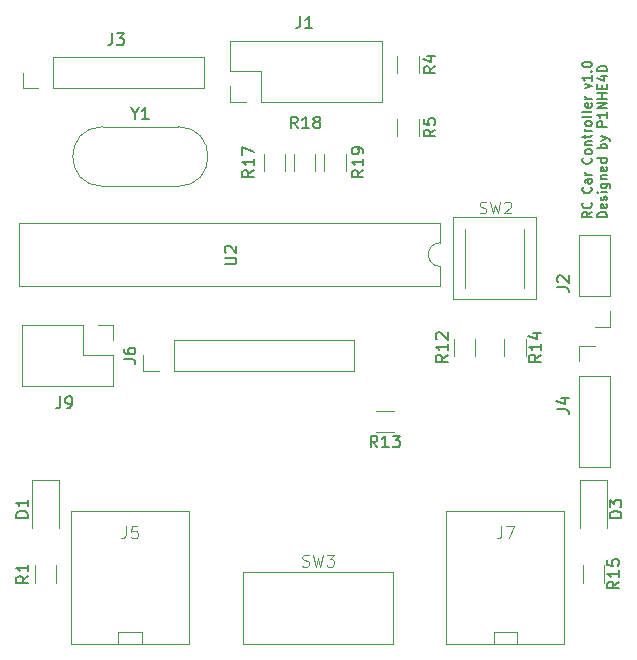
<source format=gbr>
%TF.GenerationSoftware,KiCad,Pcbnew,(7.0.0-0)*%
%TF.CreationDate,2023-06-23T15:16:10+02:00*%
%TF.ProjectId,RCcar,52436361-722e-46b6-9963-61645f706362,rev?*%
%TF.SameCoordinates,Original*%
%TF.FileFunction,Legend,Top*%
%TF.FilePolarity,Positive*%
%FSLAX46Y46*%
G04 Gerber Fmt 4.6, Leading zero omitted, Abs format (unit mm)*
G04 Created by KiCad (PCBNEW (7.0.0-0)) date 2023-06-23 15:16:10*
%MOMM*%
%LPD*%
G01*
G04 APERTURE LIST*
%ADD10C,0.160000*%
%ADD11C,0.150000*%
%ADD12C,0.100000*%
%ADD13C,0.120000*%
G04 APERTURE END LIST*
D10*
X79445904Y-62602380D02*
X79064952Y-62869047D01*
X79445904Y-63059523D02*
X78645904Y-63059523D01*
X78645904Y-63059523D02*
X78645904Y-62754761D01*
X78645904Y-62754761D02*
X78684000Y-62678571D01*
X78684000Y-62678571D02*
X78722095Y-62640476D01*
X78722095Y-62640476D02*
X78798285Y-62602380D01*
X78798285Y-62602380D02*
X78912571Y-62602380D01*
X78912571Y-62602380D02*
X78988761Y-62640476D01*
X78988761Y-62640476D02*
X79026857Y-62678571D01*
X79026857Y-62678571D02*
X79064952Y-62754761D01*
X79064952Y-62754761D02*
X79064952Y-63059523D01*
X79369714Y-61802380D02*
X79407809Y-61840476D01*
X79407809Y-61840476D02*
X79445904Y-61954761D01*
X79445904Y-61954761D02*
X79445904Y-62030952D01*
X79445904Y-62030952D02*
X79407809Y-62145238D01*
X79407809Y-62145238D02*
X79331619Y-62221428D01*
X79331619Y-62221428D02*
X79255428Y-62259523D01*
X79255428Y-62259523D02*
X79103047Y-62297619D01*
X79103047Y-62297619D02*
X78988761Y-62297619D01*
X78988761Y-62297619D02*
X78836380Y-62259523D01*
X78836380Y-62259523D02*
X78760190Y-62221428D01*
X78760190Y-62221428D02*
X78684000Y-62145238D01*
X78684000Y-62145238D02*
X78645904Y-62030952D01*
X78645904Y-62030952D02*
X78645904Y-61954761D01*
X78645904Y-61954761D02*
X78684000Y-61840476D01*
X78684000Y-61840476D02*
X78722095Y-61802380D01*
X79369714Y-60522380D02*
X79407809Y-60560476D01*
X79407809Y-60560476D02*
X79445904Y-60674761D01*
X79445904Y-60674761D02*
X79445904Y-60750952D01*
X79445904Y-60750952D02*
X79407809Y-60865238D01*
X79407809Y-60865238D02*
X79331619Y-60941428D01*
X79331619Y-60941428D02*
X79255428Y-60979523D01*
X79255428Y-60979523D02*
X79103047Y-61017619D01*
X79103047Y-61017619D02*
X78988761Y-61017619D01*
X78988761Y-61017619D02*
X78836380Y-60979523D01*
X78836380Y-60979523D02*
X78760190Y-60941428D01*
X78760190Y-60941428D02*
X78684000Y-60865238D01*
X78684000Y-60865238D02*
X78645904Y-60750952D01*
X78645904Y-60750952D02*
X78645904Y-60674761D01*
X78645904Y-60674761D02*
X78684000Y-60560476D01*
X78684000Y-60560476D02*
X78722095Y-60522380D01*
X79445904Y-59836666D02*
X79026857Y-59836666D01*
X79026857Y-59836666D02*
X78950666Y-59874761D01*
X78950666Y-59874761D02*
X78912571Y-59950952D01*
X78912571Y-59950952D02*
X78912571Y-60103333D01*
X78912571Y-60103333D02*
X78950666Y-60179523D01*
X79407809Y-59836666D02*
X79445904Y-59912857D01*
X79445904Y-59912857D02*
X79445904Y-60103333D01*
X79445904Y-60103333D02*
X79407809Y-60179523D01*
X79407809Y-60179523D02*
X79331619Y-60217619D01*
X79331619Y-60217619D02*
X79255428Y-60217619D01*
X79255428Y-60217619D02*
X79179238Y-60179523D01*
X79179238Y-60179523D02*
X79141142Y-60103333D01*
X79141142Y-60103333D02*
X79141142Y-59912857D01*
X79141142Y-59912857D02*
X79103047Y-59836666D01*
X79445904Y-59455713D02*
X78912571Y-59455713D01*
X79064952Y-59455713D02*
X78988761Y-59417618D01*
X78988761Y-59417618D02*
X78950666Y-59379523D01*
X78950666Y-59379523D02*
X78912571Y-59303332D01*
X78912571Y-59303332D02*
X78912571Y-59227142D01*
X79369714Y-58023332D02*
X79407809Y-58061428D01*
X79407809Y-58061428D02*
X79445904Y-58175713D01*
X79445904Y-58175713D02*
X79445904Y-58251904D01*
X79445904Y-58251904D02*
X79407809Y-58366190D01*
X79407809Y-58366190D02*
X79331619Y-58442380D01*
X79331619Y-58442380D02*
X79255428Y-58480475D01*
X79255428Y-58480475D02*
X79103047Y-58518571D01*
X79103047Y-58518571D02*
X78988761Y-58518571D01*
X78988761Y-58518571D02*
X78836380Y-58480475D01*
X78836380Y-58480475D02*
X78760190Y-58442380D01*
X78760190Y-58442380D02*
X78684000Y-58366190D01*
X78684000Y-58366190D02*
X78645904Y-58251904D01*
X78645904Y-58251904D02*
X78645904Y-58175713D01*
X78645904Y-58175713D02*
X78684000Y-58061428D01*
X78684000Y-58061428D02*
X78722095Y-58023332D01*
X79445904Y-57566190D02*
X79407809Y-57642380D01*
X79407809Y-57642380D02*
X79369714Y-57680475D01*
X79369714Y-57680475D02*
X79293523Y-57718571D01*
X79293523Y-57718571D02*
X79064952Y-57718571D01*
X79064952Y-57718571D02*
X78988761Y-57680475D01*
X78988761Y-57680475D02*
X78950666Y-57642380D01*
X78950666Y-57642380D02*
X78912571Y-57566190D01*
X78912571Y-57566190D02*
X78912571Y-57451904D01*
X78912571Y-57451904D02*
X78950666Y-57375713D01*
X78950666Y-57375713D02*
X78988761Y-57337618D01*
X78988761Y-57337618D02*
X79064952Y-57299523D01*
X79064952Y-57299523D02*
X79293523Y-57299523D01*
X79293523Y-57299523D02*
X79369714Y-57337618D01*
X79369714Y-57337618D02*
X79407809Y-57375713D01*
X79407809Y-57375713D02*
X79445904Y-57451904D01*
X79445904Y-57451904D02*
X79445904Y-57566190D01*
X78912571Y-56956665D02*
X79445904Y-56956665D01*
X78988761Y-56956665D02*
X78950666Y-56918570D01*
X78950666Y-56918570D02*
X78912571Y-56842380D01*
X78912571Y-56842380D02*
X78912571Y-56728094D01*
X78912571Y-56728094D02*
X78950666Y-56651903D01*
X78950666Y-56651903D02*
X79026857Y-56613808D01*
X79026857Y-56613808D02*
X79445904Y-56613808D01*
X78912571Y-56347141D02*
X78912571Y-56042379D01*
X78645904Y-56232855D02*
X79331619Y-56232855D01*
X79331619Y-56232855D02*
X79407809Y-56194760D01*
X79407809Y-56194760D02*
X79445904Y-56118570D01*
X79445904Y-56118570D02*
X79445904Y-56042379D01*
X79445904Y-55775712D02*
X78912571Y-55775712D01*
X79064952Y-55775712D02*
X78988761Y-55737617D01*
X78988761Y-55737617D02*
X78950666Y-55699522D01*
X78950666Y-55699522D02*
X78912571Y-55623331D01*
X78912571Y-55623331D02*
X78912571Y-55547141D01*
X79445904Y-55166189D02*
X79407809Y-55242379D01*
X79407809Y-55242379D02*
X79369714Y-55280474D01*
X79369714Y-55280474D02*
X79293523Y-55318570D01*
X79293523Y-55318570D02*
X79064952Y-55318570D01*
X79064952Y-55318570D02*
X78988761Y-55280474D01*
X78988761Y-55280474D02*
X78950666Y-55242379D01*
X78950666Y-55242379D02*
X78912571Y-55166189D01*
X78912571Y-55166189D02*
X78912571Y-55051903D01*
X78912571Y-55051903D02*
X78950666Y-54975712D01*
X78950666Y-54975712D02*
X78988761Y-54937617D01*
X78988761Y-54937617D02*
X79064952Y-54899522D01*
X79064952Y-54899522D02*
X79293523Y-54899522D01*
X79293523Y-54899522D02*
X79369714Y-54937617D01*
X79369714Y-54937617D02*
X79407809Y-54975712D01*
X79407809Y-54975712D02*
X79445904Y-55051903D01*
X79445904Y-55051903D02*
X79445904Y-55166189D01*
X79445904Y-54442379D02*
X79407809Y-54518569D01*
X79407809Y-54518569D02*
X79331619Y-54556664D01*
X79331619Y-54556664D02*
X78645904Y-54556664D01*
X79445904Y-54023331D02*
X79407809Y-54099521D01*
X79407809Y-54099521D02*
X79331619Y-54137616D01*
X79331619Y-54137616D02*
X78645904Y-54137616D01*
X79407809Y-53413806D02*
X79445904Y-53489997D01*
X79445904Y-53489997D02*
X79445904Y-53642378D01*
X79445904Y-53642378D02*
X79407809Y-53718568D01*
X79407809Y-53718568D02*
X79331619Y-53756664D01*
X79331619Y-53756664D02*
X79026857Y-53756664D01*
X79026857Y-53756664D02*
X78950666Y-53718568D01*
X78950666Y-53718568D02*
X78912571Y-53642378D01*
X78912571Y-53642378D02*
X78912571Y-53489997D01*
X78912571Y-53489997D02*
X78950666Y-53413806D01*
X78950666Y-53413806D02*
X79026857Y-53375711D01*
X79026857Y-53375711D02*
X79103047Y-53375711D01*
X79103047Y-53375711D02*
X79179238Y-53756664D01*
X79445904Y-53032854D02*
X78912571Y-53032854D01*
X79064952Y-53032854D02*
X78988761Y-52994759D01*
X78988761Y-52994759D02*
X78950666Y-52956664D01*
X78950666Y-52956664D02*
X78912571Y-52880473D01*
X78912571Y-52880473D02*
X78912571Y-52804283D01*
X78912571Y-52133807D02*
X79445904Y-51943331D01*
X79445904Y-51943331D02*
X78912571Y-51752854D01*
X79445904Y-51029045D02*
X79445904Y-51486188D01*
X79445904Y-51257616D02*
X78645904Y-51257616D01*
X78645904Y-51257616D02*
X78760190Y-51333807D01*
X78760190Y-51333807D02*
X78836380Y-51409997D01*
X78836380Y-51409997D02*
X78874476Y-51486188D01*
X79369714Y-50686187D02*
X79407809Y-50648092D01*
X79407809Y-50648092D02*
X79445904Y-50686187D01*
X79445904Y-50686187D02*
X79407809Y-50724283D01*
X79407809Y-50724283D02*
X79369714Y-50686187D01*
X79369714Y-50686187D02*
X79445904Y-50686187D01*
X78645904Y-50152854D02*
X78645904Y-50076664D01*
X78645904Y-50076664D02*
X78684000Y-50000473D01*
X78684000Y-50000473D02*
X78722095Y-49962378D01*
X78722095Y-49962378D02*
X78798285Y-49924283D01*
X78798285Y-49924283D02*
X78950666Y-49886188D01*
X78950666Y-49886188D02*
X79141142Y-49886188D01*
X79141142Y-49886188D02*
X79293523Y-49924283D01*
X79293523Y-49924283D02*
X79369714Y-49962378D01*
X79369714Y-49962378D02*
X79407809Y-50000473D01*
X79407809Y-50000473D02*
X79445904Y-50076664D01*
X79445904Y-50076664D02*
X79445904Y-50152854D01*
X79445904Y-50152854D02*
X79407809Y-50229045D01*
X79407809Y-50229045D02*
X79369714Y-50267140D01*
X79369714Y-50267140D02*
X79293523Y-50305235D01*
X79293523Y-50305235D02*
X79141142Y-50343331D01*
X79141142Y-50343331D02*
X78950666Y-50343331D01*
X78950666Y-50343331D02*
X78798285Y-50305235D01*
X78798285Y-50305235D02*
X78722095Y-50267140D01*
X78722095Y-50267140D02*
X78684000Y-50229045D01*
X78684000Y-50229045D02*
X78645904Y-50152854D01*
X80741904Y-63059523D02*
X79941904Y-63059523D01*
X79941904Y-63059523D02*
X79941904Y-62869047D01*
X79941904Y-62869047D02*
X79980000Y-62754761D01*
X79980000Y-62754761D02*
X80056190Y-62678571D01*
X80056190Y-62678571D02*
X80132380Y-62640476D01*
X80132380Y-62640476D02*
X80284761Y-62602380D01*
X80284761Y-62602380D02*
X80399047Y-62602380D01*
X80399047Y-62602380D02*
X80551428Y-62640476D01*
X80551428Y-62640476D02*
X80627619Y-62678571D01*
X80627619Y-62678571D02*
X80703809Y-62754761D01*
X80703809Y-62754761D02*
X80741904Y-62869047D01*
X80741904Y-62869047D02*
X80741904Y-63059523D01*
X80703809Y-61954761D02*
X80741904Y-62030952D01*
X80741904Y-62030952D02*
X80741904Y-62183333D01*
X80741904Y-62183333D02*
X80703809Y-62259523D01*
X80703809Y-62259523D02*
X80627619Y-62297619D01*
X80627619Y-62297619D02*
X80322857Y-62297619D01*
X80322857Y-62297619D02*
X80246666Y-62259523D01*
X80246666Y-62259523D02*
X80208571Y-62183333D01*
X80208571Y-62183333D02*
X80208571Y-62030952D01*
X80208571Y-62030952D02*
X80246666Y-61954761D01*
X80246666Y-61954761D02*
X80322857Y-61916666D01*
X80322857Y-61916666D02*
X80399047Y-61916666D01*
X80399047Y-61916666D02*
X80475238Y-62297619D01*
X80703809Y-61611905D02*
X80741904Y-61535714D01*
X80741904Y-61535714D02*
X80741904Y-61383333D01*
X80741904Y-61383333D02*
X80703809Y-61307143D01*
X80703809Y-61307143D02*
X80627619Y-61269047D01*
X80627619Y-61269047D02*
X80589523Y-61269047D01*
X80589523Y-61269047D02*
X80513333Y-61307143D01*
X80513333Y-61307143D02*
X80475238Y-61383333D01*
X80475238Y-61383333D02*
X80475238Y-61497619D01*
X80475238Y-61497619D02*
X80437142Y-61573809D01*
X80437142Y-61573809D02*
X80360952Y-61611905D01*
X80360952Y-61611905D02*
X80322857Y-61611905D01*
X80322857Y-61611905D02*
X80246666Y-61573809D01*
X80246666Y-61573809D02*
X80208571Y-61497619D01*
X80208571Y-61497619D02*
X80208571Y-61383333D01*
X80208571Y-61383333D02*
X80246666Y-61307143D01*
X80741904Y-60926190D02*
X80208571Y-60926190D01*
X79941904Y-60926190D02*
X79980000Y-60964286D01*
X79980000Y-60964286D02*
X80018095Y-60926190D01*
X80018095Y-60926190D02*
X79980000Y-60888095D01*
X79980000Y-60888095D02*
X79941904Y-60926190D01*
X79941904Y-60926190D02*
X80018095Y-60926190D01*
X80208571Y-60202381D02*
X80856190Y-60202381D01*
X80856190Y-60202381D02*
X80932380Y-60240476D01*
X80932380Y-60240476D02*
X80970476Y-60278572D01*
X80970476Y-60278572D02*
X81008571Y-60354762D01*
X81008571Y-60354762D02*
X81008571Y-60469048D01*
X81008571Y-60469048D02*
X80970476Y-60545238D01*
X80703809Y-60202381D02*
X80741904Y-60278572D01*
X80741904Y-60278572D02*
X80741904Y-60430953D01*
X80741904Y-60430953D02*
X80703809Y-60507143D01*
X80703809Y-60507143D02*
X80665714Y-60545238D01*
X80665714Y-60545238D02*
X80589523Y-60583334D01*
X80589523Y-60583334D02*
X80360952Y-60583334D01*
X80360952Y-60583334D02*
X80284761Y-60545238D01*
X80284761Y-60545238D02*
X80246666Y-60507143D01*
X80246666Y-60507143D02*
X80208571Y-60430953D01*
X80208571Y-60430953D02*
X80208571Y-60278572D01*
X80208571Y-60278572D02*
X80246666Y-60202381D01*
X80208571Y-59821428D02*
X80741904Y-59821428D01*
X80284761Y-59821428D02*
X80246666Y-59783333D01*
X80246666Y-59783333D02*
X80208571Y-59707143D01*
X80208571Y-59707143D02*
X80208571Y-59592857D01*
X80208571Y-59592857D02*
X80246666Y-59516666D01*
X80246666Y-59516666D02*
X80322857Y-59478571D01*
X80322857Y-59478571D02*
X80741904Y-59478571D01*
X80703809Y-58792856D02*
X80741904Y-58869047D01*
X80741904Y-58869047D02*
X80741904Y-59021428D01*
X80741904Y-59021428D02*
X80703809Y-59097618D01*
X80703809Y-59097618D02*
X80627619Y-59135714D01*
X80627619Y-59135714D02*
X80322857Y-59135714D01*
X80322857Y-59135714D02*
X80246666Y-59097618D01*
X80246666Y-59097618D02*
X80208571Y-59021428D01*
X80208571Y-59021428D02*
X80208571Y-58869047D01*
X80208571Y-58869047D02*
X80246666Y-58792856D01*
X80246666Y-58792856D02*
X80322857Y-58754761D01*
X80322857Y-58754761D02*
X80399047Y-58754761D01*
X80399047Y-58754761D02*
X80475238Y-59135714D01*
X80741904Y-58069047D02*
X79941904Y-58069047D01*
X80703809Y-58069047D02*
X80741904Y-58145238D01*
X80741904Y-58145238D02*
X80741904Y-58297619D01*
X80741904Y-58297619D02*
X80703809Y-58373809D01*
X80703809Y-58373809D02*
X80665714Y-58411904D01*
X80665714Y-58411904D02*
X80589523Y-58450000D01*
X80589523Y-58450000D02*
X80360952Y-58450000D01*
X80360952Y-58450000D02*
X80284761Y-58411904D01*
X80284761Y-58411904D02*
X80246666Y-58373809D01*
X80246666Y-58373809D02*
X80208571Y-58297619D01*
X80208571Y-58297619D02*
X80208571Y-58145238D01*
X80208571Y-58145238D02*
X80246666Y-58069047D01*
X80741904Y-57208094D02*
X79941904Y-57208094D01*
X80246666Y-57208094D02*
X80208571Y-57131904D01*
X80208571Y-57131904D02*
X80208571Y-56979523D01*
X80208571Y-56979523D02*
X80246666Y-56903332D01*
X80246666Y-56903332D02*
X80284761Y-56865237D01*
X80284761Y-56865237D02*
X80360952Y-56827142D01*
X80360952Y-56827142D02*
X80589523Y-56827142D01*
X80589523Y-56827142D02*
X80665714Y-56865237D01*
X80665714Y-56865237D02*
X80703809Y-56903332D01*
X80703809Y-56903332D02*
X80741904Y-56979523D01*
X80741904Y-56979523D02*
X80741904Y-57131904D01*
X80741904Y-57131904D02*
X80703809Y-57208094D01*
X80208571Y-56560475D02*
X80741904Y-56369999D01*
X80208571Y-56179522D02*
X80741904Y-56369999D01*
X80741904Y-56369999D02*
X80932380Y-56446189D01*
X80932380Y-56446189D02*
X80970476Y-56484284D01*
X80970476Y-56484284D02*
X81008571Y-56560475D01*
X80741904Y-55394760D02*
X79941904Y-55394760D01*
X79941904Y-55394760D02*
X79941904Y-55089998D01*
X79941904Y-55089998D02*
X79980000Y-55013808D01*
X79980000Y-55013808D02*
X80018095Y-54975713D01*
X80018095Y-54975713D02*
X80094285Y-54937617D01*
X80094285Y-54937617D02*
X80208571Y-54937617D01*
X80208571Y-54937617D02*
X80284761Y-54975713D01*
X80284761Y-54975713D02*
X80322857Y-55013808D01*
X80322857Y-55013808D02*
X80360952Y-55089998D01*
X80360952Y-55089998D02*
X80360952Y-55394760D01*
X80741904Y-54175713D02*
X80741904Y-54632856D01*
X80741904Y-54404284D02*
X79941904Y-54404284D01*
X79941904Y-54404284D02*
X80056190Y-54480475D01*
X80056190Y-54480475D02*
X80132380Y-54556665D01*
X80132380Y-54556665D02*
X80170476Y-54632856D01*
X80741904Y-53832855D02*
X79941904Y-53832855D01*
X79941904Y-53832855D02*
X80741904Y-53375712D01*
X80741904Y-53375712D02*
X79941904Y-53375712D01*
X80741904Y-52994760D02*
X79941904Y-52994760D01*
X80322857Y-52994760D02*
X80322857Y-52537617D01*
X80741904Y-52537617D02*
X79941904Y-52537617D01*
X80322857Y-52156665D02*
X80322857Y-51889999D01*
X80741904Y-51775713D02*
X80741904Y-52156665D01*
X80741904Y-52156665D02*
X79941904Y-52156665D01*
X79941904Y-52156665D02*
X79941904Y-51775713D01*
X80208571Y-51089998D02*
X80741904Y-51089998D01*
X79903809Y-51280474D02*
X80475238Y-51470951D01*
X80475238Y-51470951D02*
X80475238Y-50975712D01*
X80741904Y-50670950D02*
X79941904Y-50670950D01*
X79941904Y-50670950D02*
X79941904Y-50480474D01*
X79941904Y-50480474D02*
X79980000Y-50366188D01*
X79980000Y-50366188D02*
X80056190Y-50289998D01*
X80056190Y-50289998D02*
X80132380Y-50251903D01*
X80132380Y-50251903D02*
X80284761Y-50213807D01*
X80284761Y-50213807D02*
X80399047Y-50213807D01*
X80399047Y-50213807D02*
X80551428Y-50251903D01*
X80551428Y-50251903D02*
X80627619Y-50289998D01*
X80627619Y-50289998D02*
X80703809Y-50366188D01*
X80703809Y-50366188D02*
X80741904Y-50480474D01*
X80741904Y-50480474D02*
X80741904Y-50670950D01*
D11*
%TO.C,R12*%
X67247380Y-74692857D02*
X66771190Y-75026190D01*
X67247380Y-75264285D02*
X66247380Y-75264285D01*
X66247380Y-75264285D02*
X66247380Y-74883333D01*
X66247380Y-74883333D02*
X66295000Y-74788095D01*
X66295000Y-74788095D02*
X66342619Y-74740476D01*
X66342619Y-74740476D02*
X66437857Y-74692857D01*
X66437857Y-74692857D02*
X66580714Y-74692857D01*
X66580714Y-74692857D02*
X66675952Y-74740476D01*
X66675952Y-74740476D02*
X66723571Y-74788095D01*
X66723571Y-74788095D02*
X66771190Y-74883333D01*
X66771190Y-74883333D02*
X66771190Y-75264285D01*
X67247380Y-73740476D02*
X67247380Y-74311904D01*
X67247380Y-74026190D02*
X66247380Y-74026190D01*
X66247380Y-74026190D02*
X66390238Y-74121428D01*
X66390238Y-74121428D02*
X66485476Y-74216666D01*
X66485476Y-74216666D02*
X66533095Y-74311904D01*
X66342619Y-73359523D02*
X66295000Y-73311904D01*
X66295000Y-73311904D02*
X66247380Y-73216666D01*
X66247380Y-73216666D02*
X66247380Y-72978571D01*
X66247380Y-72978571D02*
X66295000Y-72883333D01*
X66295000Y-72883333D02*
X66342619Y-72835714D01*
X66342619Y-72835714D02*
X66437857Y-72788095D01*
X66437857Y-72788095D02*
X66533095Y-72788095D01*
X66533095Y-72788095D02*
X66675952Y-72835714D01*
X66675952Y-72835714D02*
X67247380Y-73407142D01*
X67247380Y-73407142D02*
X67247380Y-72788095D01*
%TO.C,R15*%
X81767380Y-93892857D02*
X81291190Y-94226190D01*
X81767380Y-94464285D02*
X80767380Y-94464285D01*
X80767380Y-94464285D02*
X80767380Y-94083333D01*
X80767380Y-94083333D02*
X80815000Y-93988095D01*
X80815000Y-93988095D02*
X80862619Y-93940476D01*
X80862619Y-93940476D02*
X80957857Y-93892857D01*
X80957857Y-93892857D02*
X81100714Y-93892857D01*
X81100714Y-93892857D02*
X81195952Y-93940476D01*
X81195952Y-93940476D02*
X81243571Y-93988095D01*
X81243571Y-93988095D02*
X81291190Y-94083333D01*
X81291190Y-94083333D02*
X81291190Y-94464285D01*
X81767380Y-92940476D02*
X81767380Y-93511904D01*
X81767380Y-93226190D02*
X80767380Y-93226190D01*
X80767380Y-93226190D02*
X80910238Y-93321428D01*
X80910238Y-93321428D02*
X81005476Y-93416666D01*
X81005476Y-93416666D02*
X81053095Y-93511904D01*
X80767380Y-92035714D02*
X80767380Y-92511904D01*
X80767380Y-92511904D02*
X81243571Y-92559523D01*
X81243571Y-92559523D02*
X81195952Y-92511904D01*
X81195952Y-92511904D02*
X81148333Y-92416666D01*
X81148333Y-92416666D02*
X81148333Y-92178571D01*
X81148333Y-92178571D02*
X81195952Y-92083333D01*
X81195952Y-92083333D02*
X81243571Y-92035714D01*
X81243571Y-92035714D02*
X81338809Y-91988095D01*
X81338809Y-91988095D02*
X81576904Y-91988095D01*
X81576904Y-91988095D02*
X81672142Y-92035714D01*
X81672142Y-92035714D02*
X81719761Y-92083333D01*
X81719761Y-92083333D02*
X81767380Y-92178571D01*
X81767380Y-92178571D02*
X81767380Y-92416666D01*
X81767380Y-92416666D02*
X81719761Y-92511904D01*
X81719761Y-92511904D02*
X81672142Y-92559523D01*
%TO.C,J9*%
X34466666Y-78217380D02*
X34466666Y-78931666D01*
X34466666Y-78931666D02*
X34419047Y-79074523D01*
X34419047Y-79074523D02*
X34323809Y-79169761D01*
X34323809Y-79169761D02*
X34180952Y-79217380D01*
X34180952Y-79217380D02*
X34085714Y-79217380D01*
X34990476Y-79217380D02*
X35180952Y-79217380D01*
X35180952Y-79217380D02*
X35276190Y-79169761D01*
X35276190Y-79169761D02*
X35323809Y-79122142D01*
X35323809Y-79122142D02*
X35419047Y-78979285D01*
X35419047Y-78979285D02*
X35466666Y-78788809D01*
X35466666Y-78788809D02*
X35466666Y-78407857D01*
X35466666Y-78407857D02*
X35419047Y-78312619D01*
X35419047Y-78312619D02*
X35371428Y-78265000D01*
X35371428Y-78265000D02*
X35276190Y-78217380D01*
X35276190Y-78217380D02*
X35085714Y-78217380D01*
X35085714Y-78217380D02*
X34990476Y-78265000D01*
X34990476Y-78265000D02*
X34942857Y-78312619D01*
X34942857Y-78312619D02*
X34895238Y-78407857D01*
X34895238Y-78407857D02*
X34895238Y-78645952D01*
X34895238Y-78645952D02*
X34942857Y-78741190D01*
X34942857Y-78741190D02*
X34990476Y-78788809D01*
X34990476Y-78788809D02*
X35085714Y-78836428D01*
X35085714Y-78836428D02*
X35276190Y-78836428D01*
X35276190Y-78836428D02*
X35371428Y-78788809D01*
X35371428Y-78788809D02*
X35419047Y-78741190D01*
X35419047Y-78741190D02*
X35466666Y-78645952D01*
%TO.C,J4*%
X76517380Y-79283333D02*
X77231666Y-79283333D01*
X77231666Y-79283333D02*
X77374523Y-79330952D01*
X77374523Y-79330952D02*
X77469761Y-79426190D01*
X77469761Y-79426190D02*
X77517380Y-79569047D01*
X77517380Y-79569047D02*
X77517380Y-79664285D01*
X76850714Y-78378571D02*
X77517380Y-78378571D01*
X76469761Y-78616666D02*
X77184047Y-78854761D01*
X77184047Y-78854761D02*
X77184047Y-78235714D01*
%TO.C,D3*%
X81967380Y-88488094D02*
X80967380Y-88488094D01*
X80967380Y-88488094D02*
X80967380Y-88249999D01*
X80967380Y-88249999D02*
X81015000Y-88107142D01*
X81015000Y-88107142D02*
X81110238Y-88011904D01*
X81110238Y-88011904D02*
X81205476Y-87964285D01*
X81205476Y-87964285D02*
X81395952Y-87916666D01*
X81395952Y-87916666D02*
X81538809Y-87916666D01*
X81538809Y-87916666D02*
X81729285Y-87964285D01*
X81729285Y-87964285D02*
X81824523Y-88011904D01*
X81824523Y-88011904D02*
X81919761Y-88107142D01*
X81919761Y-88107142D02*
X81967380Y-88249999D01*
X81967380Y-88249999D02*
X81967380Y-88488094D01*
X80967380Y-87583332D02*
X80967380Y-86964285D01*
X80967380Y-86964285D02*
X81348333Y-87297618D01*
X81348333Y-87297618D02*
X81348333Y-87154761D01*
X81348333Y-87154761D02*
X81395952Y-87059523D01*
X81395952Y-87059523D02*
X81443571Y-87011904D01*
X81443571Y-87011904D02*
X81538809Y-86964285D01*
X81538809Y-86964285D02*
X81776904Y-86964285D01*
X81776904Y-86964285D02*
X81872142Y-87011904D01*
X81872142Y-87011904D02*
X81919761Y-87059523D01*
X81919761Y-87059523D02*
X81967380Y-87154761D01*
X81967380Y-87154761D02*
X81967380Y-87440475D01*
X81967380Y-87440475D02*
X81919761Y-87535713D01*
X81919761Y-87535713D02*
X81872142Y-87583332D01*
D12*
%TO.C,SW3*%
X54966667Y-92569761D02*
X55109524Y-92617380D01*
X55109524Y-92617380D02*
X55347619Y-92617380D01*
X55347619Y-92617380D02*
X55442857Y-92569761D01*
X55442857Y-92569761D02*
X55490476Y-92522142D01*
X55490476Y-92522142D02*
X55538095Y-92426904D01*
X55538095Y-92426904D02*
X55538095Y-92331666D01*
X55538095Y-92331666D02*
X55490476Y-92236428D01*
X55490476Y-92236428D02*
X55442857Y-92188809D01*
X55442857Y-92188809D02*
X55347619Y-92141190D01*
X55347619Y-92141190D02*
X55157143Y-92093571D01*
X55157143Y-92093571D02*
X55061905Y-92045952D01*
X55061905Y-92045952D02*
X55014286Y-91998333D01*
X55014286Y-91998333D02*
X54966667Y-91903095D01*
X54966667Y-91903095D02*
X54966667Y-91807857D01*
X54966667Y-91807857D02*
X55014286Y-91712619D01*
X55014286Y-91712619D02*
X55061905Y-91665000D01*
X55061905Y-91665000D02*
X55157143Y-91617380D01*
X55157143Y-91617380D02*
X55395238Y-91617380D01*
X55395238Y-91617380D02*
X55538095Y-91665000D01*
X55871429Y-91617380D02*
X56109524Y-92617380D01*
X56109524Y-92617380D02*
X56300000Y-91903095D01*
X56300000Y-91903095D02*
X56490476Y-92617380D01*
X56490476Y-92617380D02*
X56728572Y-91617380D01*
X57014286Y-91617380D02*
X57633333Y-91617380D01*
X57633333Y-91617380D02*
X57300000Y-91998333D01*
X57300000Y-91998333D02*
X57442857Y-91998333D01*
X57442857Y-91998333D02*
X57538095Y-92045952D01*
X57538095Y-92045952D02*
X57585714Y-92093571D01*
X57585714Y-92093571D02*
X57633333Y-92188809D01*
X57633333Y-92188809D02*
X57633333Y-92426904D01*
X57633333Y-92426904D02*
X57585714Y-92522142D01*
X57585714Y-92522142D02*
X57538095Y-92569761D01*
X57538095Y-92569761D02*
X57442857Y-92617380D01*
X57442857Y-92617380D02*
X57157143Y-92617380D01*
X57157143Y-92617380D02*
X57061905Y-92569761D01*
X57061905Y-92569761D02*
X57014286Y-92522142D01*
D11*
%TO.C,R1*%
X31747380Y-93416666D02*
X31271190Y-93749999D01*
X31747380Y-93988094D02*
X30747380Y-93988094D01*
X30747380Y-93988094D02*
X30747380Y-93607142D01*
X30747380Y-93607142D02*
X30795000Y-93511904D01*
X30795000Y-93511904D02*
X30842619Y-93464285D01*
X30842619Y-93464285D02*
X30937857Y-93416666D01*
X30937857Y-93416666D02*
X31080714Y-93416666D01*
X31080714Y-93416666D02*
X31175952Y-93464285D01*
X31175952Y-93464285D02*
X31223571Y-93511904D01*
X31223571Y-93511904D02*
X31271190Y-93607142D01*
X31271190Y-93607142D02*
X31271190Y-93988094D01*
X31747380Y-92464285D02*
X31747380Y-93035713D01*
X31747380Y-92749999D02*
X30747380Y-92749999D01*
X30747380Y-92749999D02*
X30890238Y-92845237D01*
X30890238Y-92845237D02*
X30985476Y-92940475D01*
X30985476Y-92940475D02*
X31033095Y-93035713D01*
%TO.C,Y1*%
X40763809Y-54266190D02*
X40763809Y-54742380D01*
X40430476Y-53742380D02*
X40763809Y-54266190D01*
X40763809Y-54266190D02*
X41097142Y-53742380D01*
X41954285Y-54742380D02*
X41382857Y-54742380D01*
X41668571Y-54742380D02*
X41668571Y-53742380D01*
X41668571Y-53742380D02*
X41573333Y-53885238D01*
X41573333Y-53885238D02*
X41478095Y-53980476D01*
X41478095Y-53980476D02*
X41382857Y-54028095D01*
D12*
%TO.C,J5*%
X40016666Y-89217380D02*
X40016666Y-89931666D01*
X40016666Y-89931666D02*
X39969047Y-90074523D01*
X39969047Y-90074523D02*
X39873809Y-90169761D01*
X39873809Y-90169761D02*
X39730952Y-90217380D01*
X39730952Y-90217380D02*
X39635714Y-90217380D01*
X40969047Y-89217380D02*
X40492857Y-89217380D01*
X40492857Y-89217380D02*
X40445238Y-89693571D01*
X40445238Y-89693571D02*
X40492857Y-89645952D01*
X40492857Y-89645952D02*
X40588095Y-89598333D01*
X40588095Y-89598333D02*
X40826190Y-89598333D01*
X40826190Y-89598333D02*
X40921428Y-89645952D01*
X40921428Y-89645952D02*
X40969047Y-89693571D01*
X40969047Y-89693571D02*
X41016666Y-89788809D01*
X41016666Y-89788809D02*
X41016666Y-90026904D01*
X41016666Y-90026904D02*
X40969047Y-90122142D01*
X40969047Y-90122142D02*
X40921428Y-90169761D01*
X40921428Y-90169761D02*
X40826190Y-90217380D01*
X40826190Y-90217380D02*
X40588095Y-90217380D01*
X40588095Y-90217380D02*
X40492857Y-90169761D01*
X40492857Y-90169761D02*
X40445238Y-90122142D01*
D11*
%TO.C,R5*%
X66217380Y-55616666D02*
X65741190Y-55949999D01*
X66217380Y-56188094D02*
X65217380Y-56188094D01*
X65217380Y-56188094D02*
X65217380Y-55807142D01*
X65217380Y-55807142D02*
X65265000Y-55711904D01*
X65265000Y-55711904D02*
X65312619Y-55664285D01*
X65312619Y-55664285D02*
X65407857Y-55616666D01*
X65407857Y-55616666D02*
X65550714Y-55616666D01*
X65550714Y-55616666D02*
X65645952Y-55664285D01*
X65645952Y-55664285D02*
X65693571Y-55711904D01*
X65693571Y-55711904D02*
X65741190Y-55807142D01*
X65741190Y-55807142D02*
X65741190Y-56188094D01*
X65217380Y-54711904D02*
X65217380Y-55188094D01*
X65217380Y-55188094D02*
X65693571Y-55235713D01*
X65693571Y-55235713D02*
X65645952Y-55188094D01*
X65645952Y-55188094D02*
X65598333Y-55092856D01*
X65598333Y-55092856D02*
X65598333Y-54854761D01*
X65598333Y-54854761D02*
X65645952Y-54759523D01*
X65645952Y-54759523D02*
X65693571Y-54711904D01*
X65693571Y-54711904D02*
X65788809Y-54664285D01*
X65788809Y-54664285D02*
X66026904Y-54664285D01*
X66026904Y-54664285D02*
X66122142Y-54711904D01*
X66122142Y-54711904D02*
X66169761Y-54759523D01*
X66169761Y-54759523D02*
X66217380Y-54854761D01*
X66217380Y-54854761D02*
X66217380Y-55092856D01*
X66217380Y-55092856D02*
X66169761Y-55188094D01*
X66169761Y-55188094D02*
X66122142Y-55235713D01*
%TO.C,R19*%
X60117380Y-59042857D02*
X59641190Y-59376190D01*
X60117380Y-59614285D02*
X59117380Y-59614285D01*
X59117380Y-59614285D02*
X59117380Y-59233333D01*
X59117380Y-59233333D02*
X59165000Y-59138095D01*
X59165000Y-59138095D02*
X59212619Y-59090476D01*
X59212619Y-59090476D02*
X59307857Y-59042857D01*
X59307857Y-59042857D02*
X59450714Y-59042857D01*
X59450714Y-59042857D02*
X59545952Y-59090476D01*
X59545952Y-59090476D02*
X59593571Y-59138095D01*
X59593571Y-59138095D02*
X59641190Y-59233333D01*
X59641190Y-59233333D02*
X59641190Y-59614285D01*
X60117380Y-58090476D02*
X60117380Y-58661904D01*
X60117380Y-58376190D02*
X59117380Y-58376190D01*
X59117380Y-58376190D02*
X59260238Y-58471428D01*
X59260238Y-58471428D02*
X59355476Y-58566666D01*
X59355476Y-58566666D02*
X59403095Y-58661904D01*
X60117380Y-57614285D02*
X60117380Y-57423809D01*
X60117380Y-57423809D02*
X60069761Y-57328571D01*
X60069761Y-57328571D02*
X60022142Y-57280952D01*
X60022142Y-57280952D02*
X59879285Y-57185714D01*
X59879285Y-57185714D02*
X59688809Y-57138095D01*
X59688809Y-57138095D02*
X59307857Y-57138095D01*
X59307857Y-57138095D02*
X59212619Y-57185714D01*
X59212619Y-57185714D02*
X59165000Y-57233333D01*
X59165000Y-57233333D02*
X59117380Y-57328571D01*
X59117380Y-57328571D02*
X59117380Y-57519047D01*
X59117380Y-57519047D02*
X59165000Y-57614285D01*
X59165000Y-57614285D02*
X59212619Y-57661904D01*
X59212619Y-57661904D02*
X59307857Y-57709523D01*
X59307857Y-57709523D02*
X59545952Y-57709523D01*
X59545952Y-57709523D02*
X59641190Y-57661904D01*
X59641190Y-57661904D02*
X59688809Y-57614285D01*
X59688809Y-57614285D02*
X59736428Y-57519047D01*
X59736428Y-57519047D02*
X59736428Y-57328571D01*
X59736428Y-57328571D02*
X59688809Y-57233333D01*
X59688809Y-57233333D02*
X59641190Y-57185714D01*
X59641190Y-57185714D02*
X59545952Y-57138095D01*
%TO.C,D1*%
X31717380Y-88475594D02*
X30717380Y-88475594D01*
X30717380Y-88475594D02*
X30717380Y-88237499D01*
X30717380Y-88237499D02*
X30765000Y-88094642D01*
X30765000Y-88094642D02*
X30860238Y-87999404D01*
X30860238Y-87999404D02*
X30955476Y-87951785D01*
X30955476Y-87951785D02*
X31145952Y-87904166D01*
X31145952Y-87904166D02*
X31288809Y-87904166D01*
X31288809Y-87904166D02*
X31479285Y-87951785D01*
X31479285Y-87951785D02*
X31574523Y-87999404D01*
X31574523Y-87999404D02*
X31669761Y-88094642D01*
X31669761Y-88094642D02*
X31717380Y-88237499D01*
X31717380Y-88237499D02*
X31717380Y-88475594D01*
X31717380Y-86951785D02*
X31717380Y-87523213D01*
X31717380Y-87237499D02*
X30717380Y-87237499D01*
X30717380Y-87237499D02*
X30860238Y-87332737D01*
X30860238Y-87332737D02*
X30955476Y-87427975D01*
X30955476Y-87427975D02*
X31003095Y-87523213D01*
%TO.C,J3*%
X38851666Y-47467380D02*
X38851666Y-48181666D01*
X38851666Y-48181666D02*
X38804047Y-48324523D01*
X38804047Y-48324523D02*
X38708809Y-48419761D01*
X38708809Y-48419761D02*
X38565952Y-48467380D01*
X38565952Y-48467380D02*
X38470714Y-48467380D01*
X39232619Y-47467380D02*
X39851666Y-47467380D01*
X39851666Y-47467380D02*
X39518333Y-47848333D01*
X39518333Y-47848333D02*
X39661190Y-47848333D01*
X39661190Y-47848333D02*
X39756428Y-47895952D01*
X39756428Y-47895952D02*
X39804047Y-47943571D01*
X39804047Y-47943571D02*
X39851666Y-48038809D01*
X39851666Y-48038809D02*
X39851666Y-48276904D01*
X39851666Y-48276904D02*
X39804047Y-48372142D01*
X39804047Y-48372142D02*
X39756428Y-48419761D01*
X39756428Y-48419761D02*
X39661190Y-48467380D01*
X39661190Y-48467380D02*
X39375476Y-48467380D01*
X39375476Y-48467380D02*
X39280238Y-48419761D01*
X39280238Y-48419761D02*
X39232619Y-48372142D01*
%TO.C,R18*%
X54557142Y-55517380D02*
X54223809Y-55041190D01*
X53985714Y-55517380D02*
X53985714Y-54517380D01*
X53985714Y-54517380D02*
X54366666Y-54517380D01*
X54366666Y-54517380D02*
X54461904Y-54565000D01*
X54461904Y-54565000D02*
X54509523Y-54612619D01*
X54509523Y-54612619D02*
X54557142Y-54707857D01*
X54557142Y-54707857D02*
X54557142Y-54850714D01*
X54557142Y-54850714D02*
X54509523Y-54945952D01*
X54509523Y-54945952D02*
X54461904Y-54993571D01*
X54461904Y-54993571D02*
X54366666Y-55041190D01*
X54366666Y-55041190D02*
X53985714Y-55041190D01*
X55509523Y-55517380D02*
X54938095Y-55517380D01*
X55223809Y-55517380D02*
X55223809Y-54517380D01*
X55223809Y-54517380D02*
X55128571Y-54660238D01*
X55128571Y-54660238D02*
X55033333Y-54755476D01*
X55033333Y-54755476D02*
X54938095Y-54803095D01*
X56080952Y-54945952D02*
X55985714Y-54898333D01*
X55985714Y-54898333D02*
X55938095Y-54850714D01*
X55938095Y-54850714D02*
X55890476Y-54755476D01*
X55890476Y-54755476D02*
X55890476Y-54707857D01*
X55890476Y-54707857D02*
X55938095Y-54612619D01*
X55938095Y-54612619D02*
X55985714Y-54565000D01*
X55985714Y-54565000D02*
X56080952Y-54517380D01*
X56080952Y-54517380D02*
X56271428Y-54517380D01*
X56271428Y-54517380D02*
X56366666Y-54565000D01*
X56366666Y-54565000D02*
X56414285Y-54612619D01*
X56414285Y-54612619D02*
X56461904Y-54707857D01*
X56461904Y-54707857D02*
X56461904Y-54755476D01*
X56461904Y-54755476D02*
X56414285Y-54850714D01*
X56414285Y-54850714D02*
X56366666Y-54898333D01*
X56366666Y-54898333D02*
X56271428Y-54945952D01*
X56271428Y-54945952D02*
X56080952Y-54945952D01*
X56080952Y-54945952D02*
X55985714Y-54993571D01*
X55985714Y-54993571D02*
X55938095Y-55041190D01*
X55938095Y-55041190D02*
X55890476Y-55136428D01*
X55890476Y-55136428D02*
X55890476Y-55326904D01*
X55890476Y-55326904D02*
X55938095Y-55422142D01*
X55938095Y-55422142D02*
X55985714Y-55469761D01*
X55985714Y-55469761D02*
X56080952Y-55517380D01*
X56080952Y-55517380D02*
X56271428Y-55517380D01*
X56271428Y-55517380D02*
X56366666Y-55469761D01*
X56366666Y-55469761D02*
X56414285Y-55422142D01*
X56414285Y-55422142D02*
X56461904Y-55326904D01*
X56461904Y-55326904D02*
X56461904Y-55136428D01*
X56461904Y-55136428D02*
X56414285Y-55041190D01*
X56414285Y-55041190D02*
X56366666Y-54993571D01*
X56366666Y-54993571D02*
X56271428Y-54945952D01*
%TO.C,R14*%
X75137380Y-74692857D02*
X74661190Y-75026190D01*
X75137380Y-75264285D02*
X74137380Y-75264285D01*
X74137380Y-75264285D02*
X74137380Y-74883333D01*
X74137380Y-74883333D02*
X74185000Y-74788095D01*
X74185000Y-74788095D02*
X74232619Y-74740476D01*
X74232619Y-74740476D02*
X74327857Y-74692857D01*
X74327857Y-74692857D02*
X74470714Y-74692857D01*
X74470714Y-74692857D02*
X74565952Y-74740476D01*
X74565952Y-74740476D02*
X74613571Y-74788095D01*
X74613571Y-74788095D02*
X74661190Y-74883333D01*
X74661190Y-74883333D02*
X74661190Y-75264285D01*
X75137380Y-73740476D02*
X75137380Y-74311904D01*
X75137380Y-74026190D02*
X74137380Y-74026190D01*
X74137380Y-74026190D02*
X74280238Y-74121428D01*
X74280238Y-74121428D02*
X74375476Y-74216666D01*
X74375476Y-74216666D02*
X74423095Y-74311904D01*
X74470714Y-72883333D02*
X75137380Y-72883333D01*
X74089761Y-73121428D02*
X74804047Y-73359523D01*
X74804047Y-73359523D02*
X74804047Y-72740476D01*
%TO.C,J6*%
X39827380Y-75083333D02*
X40541666Y-75083333D01*
X40541666Y-75083333D02*
X40684523Y-75130952D01*
X40684523Y-75130952D02*
X40779761Y-75226190D01*
X40779761Y-75226190D02*
X40827380Y-75369047D01*
X40827380Y-75369047D02*
X40827380Y-75464285D01*
X39827380Y-74178571D02*
X39827380Y-74369047D01*
X39827380Y-74369047D02*
X39875000Y-74464285D01*
X39875000Y-74464285D02*
X39922619Y-74511904D01*
X39922619Y-74511904D02*
X40065476Y-74607142D01*
X40065476Y-74607142D02*
X40255952Y-74654761D01*
X40255952Y-74654761D02*
X40636904Y-74654761D01*
X40636904Y-74654761D02*
X40732142Y-74607142D01*
X40732142Y-74607142D02*
X40779761Y-74559523D01*
X40779761Y-74559523D02*
X40827380Y-74464285D01*
X40827380Y-74464285D02*
X40827380Y-74273809D01*
X40827380Y-74273809D02*
X40779761Y-74178571D01*
X40779761Y-74178571D02*
X40732142Y-74130952D01*
X40732142Y-74130952D02*
X40636904Y-74083333D01*
X40636904Y-74083333D02*
X40398809Y-74083333D01*
X40398809Y-74083333D02*
X40303571Y-74130952D01*
X40303571Y-74130952D02*
X40255952Y-74178571D01*
X40255952Y-74178571D02*
X40208333Y-74273809D01*
X40208333Y-74273809D02*
X40208333Y-74464285D01*
X40208333Y-74464285D02*
X40255952Y-74559523D01*
X40255952Y-74559523D02*
X40303571Y-74607142D01*
X40303571Y-74607142D02*
X40398809Y-74654761D01*
%TO.C,R17*%
X50867380Y-59042857D02*
X50391190Y-59376190D01*
X50867380Y-59614285D02*
X49867380Y-59614285D01*
X49867380Y-59614285D02*
X49867380Y-59233333D01*
X49867380Y-59233333D02*
X49915000Y-59138095D01*
X49915000Y-59138095D02*
X49962619Y-59090476D01*
X49962619Y-59090476D02*
X50057857Y-59042857D01*
X50057857Y-59042857D02*
X50200714Y-59042857D01*
X50200714Y-59042857D02*
X50295952Y-59090476D01*
X50295952Y-59090476D02*
X50343571Y-59138095D01*
X50343571Y-59138095D02*
X50391190Y-59233333D01*
X50391190Y-59233333D02*
X50391190Y-59614285D01*
X50867380Y-58090476D02*
X50867380Y-58661904D01*
X50867380Y-58376190D02*
X49867380Y-58376190D01*
X49867380Y-58376190D02*
X50010238Y-58471428D01*
X50010238Y-58471428D02*
X50105476Y-58566666D01*
X50105476Y-58566666D02*
X50153095Y-58661904D01*
X49867380Y-57757142D02*
X49867380Y-57090476D01*
X49867380Y-57090476D02*
X50867380Y-57519047D01*
%TO.C,R4*%
X66217380Y-50266666D02*
X65741190Y-50599999D01*
X66217380Y-50838094D02*
X65217380Y-50838094D01*
X65217380Y-50838094D02*
X65217380Y-50457142D01*
X65217380Y-50457142D02*
X65265000Y-50361904D01*
X65265000Y-50361904D02*
X65312619Y-50314285D01*
X65312619Y-50314285D02*
X65407857Y-50266666D01*
X65407857Y-50266666D02*
X65550714Y-50266666D01*
X65550714Y-50266666D02*
X65645952Y-50314285D01*
X65645952Y-50314285D02*
X65693571Y-50361904D01*
X65693571Y-50361904D02*
X65741190Y-50457142D01*
X65741190Y-50457142D02*
X65741190Y-50838094D01*
X65550714Y-49409523D02*
X66217380Y-49409523D01*
X65169761Y-49647618D02*
X65884047Y-49885713D01*
X65884047Y-49885713D02*
X65884047Y-49266666D01*
%TO.C,J1*%
X54791666Y-46027380D02*
X54791666Y-46741666D01*
X54791666Y-46741666D02*
X54744047Y-46884523D01*
X54744047Y-46884523D02*
X54648809Y-46979761D01*
X54648809Y-46979761D02*
X54505952Y-47027380D01*
X54505952Y-47027380D02*
X54410714Y-47027380D01*
X55791666Y-47027380D02*
X55220238Y-47027380D01*
X55505952Y-47027380D02*
X55505952Y-46027380D01*
X55505952Y-46027380D02*
X55410714Y-46170238D01*
X55410714Y-46170238D02*
X55315476Y-46265476D01*
X55315476Y-46265476D02*
X55220238Y-46313095D01*
%TO.C,U2*%
X48377380Y-67031904D02*
X49186904Y-67031904D01*
X49186904Y-67031904D02*
X49282142Y-66984285D01*
X49282142Y-66984285D02*
X49329761Y-66936666D01*
X49329761Y-66936666D02*
X49377380Y-66841428D01*
X49377380Y-66841428D02*
X49377380Y-66650952D01*
X49377380Y-66650952D02*
X49329761Y-66555714D01*
X49329761Y-66555714D02*
X49282142Y-66508095D01*
X49282142Y-66508095D02*
X49186904Y-66460476D01*
X49186904Y-66460476D02*
X48377380Y-66460476D01*
X48472619Y-66031904D02*
X48425000Y-65984285D01*
X48425000Y-65984285D02*
X48377380Y-65889047D01*
X48377380Y-65889047D02*
X48377380Y-65650952D01*
X48377380Y-65650952D02*
X48425000Y-65555714D01*
X48425000Y-65555714D02*
X48472619Y-65508095D01*
X48472619Y-65508095D02*
X48567857Y-65460476D01*
X48567857Y-65460476D02*
X48663095Y-65460476D01*
X48663095Y-65460476D02*
X48805952Y-65508095D01*
X48805952Y-65508095D02*
X49377380Y-66079523D01*
X49377380Y-66079523D02*
X49377380Y-65460476D01*
%TO.C,J2*%
X76517380Y-68973333D02*
X77231666Y-68973333D01*
X77231666Y-68973333D02*
X77374523Y-69020952D01*
X77374523Y-69020952D02*
X77469761Y-69116190D01*
X77469761Y-69116190D02*
X77517380Y-69259047D01*
X77517380Y-69259047D02*
X77517380Y-69354285D01*
X76612619Y-68544761D02*
X76565000Y-68497142D01*
X76565000Y-68497142D02*
X76517380Y-68401904D01*
X76517380Y-68401904D02*
X76517380Y-68163809D01*
X76517380Y-68163809D02*
X76565000Y-68068571D01*
X76565000Y-68068571D02*
X76612619Y-68020952D01*
X76612619Y-68020952D02*
X76707857Y-67973333D01*
X76707857Y-67973333D02*
X76803095Y-67973333D01*
X76803095Y-67973333D02*
X76945952Y-68020952D01*
X76945952Y-68020952D02*
X77517380Y-68592380D01*
X77517380Y-68592380D02*
X77517380Y-67973333D01*
D12*
%TO.C,J7*%
X71816666Y-89217380D02*
X71816666Y-89931666D01*
X71816666Y-89931666D02*
X71769047Y-90074523D01*
X71769047Y-90074523D02*
X71673809Y-90169761D01*
X71673809Y-90169761D02*
X71530952Y-90217380D01*
X71530952Y-90217380D02*
X71435714Y-90217380D01*
X72197619Y-89217380D02*
X72864285Y-89217380D01*
X72864285Y-89217380D02*
X72435714Y-90217380D01*
D11*
%TO.C,R13*%
X61307142Y-82537380D02*
X60973809Y-82061190D01*
X60735714Y-82537380D02*
X60735714Y-81537380D01*
X60735714Y-81537380D02*
X61116666Y-81537380D01*
X61116666Y-81537380D02*
X61211904Y-81585000D01*
X61211904Y-81585000D02*
X61259523Y-81632619D01*
X61259523Y-81632619D02*
X61307142Y-81727857D01*
X61307142Y-81727857D02*
X61307142Y-81870714D01*
X61307142Y-81870714D02*
X61259523Y-81965952D01*
X61259523Y-81965952D02*
X61211904Y-82013571D01*
X61211904Y-82013571D02*
X61116666Y-82061190D01*
X61116666Y-82061190D02*
X60735714Y-82061190D01*
X62259523Y-82537380D02*
X61688095Y-82537380D01*
X61973809Y-82537380D02*
X61973809Y-81537380D01*
X61973809Y-81537380D02*
X61878571Y-81680238D01*
X61878571Y-81680238D02*
X61783333Y-81775476D01*
X61783333Y-81775476D02*
X61688095Y-81823095D01*
X62592857Y-81537380D02*
X63211904Y-81537380D01*
X63211904Y-81537380D02*
X62878571Y-81918333D01*
X62878571Y-81918333D02*
X63021428Y-81918333D01*
X63021428Y-81918333D02*
X63116666Y-81965952D01*
X63116666Y-81965952D02*
X63164285Y-82013571D01*
X63164285Y-82013571D02*
X63211904Y-82108809D01*
X63211904Y-82108809D02*
X63211904Y-82346904D01*
X63211904Y-82346904D02*
X63164285Y-82442142D01*
X63164285Y-82442142D02*
X63116666Y-82489761D01*
X63116666Y-82489761D02*
X63021428Y-82537380D01*
X63021428Y-82537380D02*
X62735714Y-82537380D01*
X62735714Y-82537380D02*
X62640476Y-82489761D01*
X62640476Y-82489761D02*
X62592857Y-82442142D01*
D12*
%TO.C,SW2*%
X69966667Y-62669761D02*
X70109524Y-62717380D01*
X70109524Y-62717380D02*
X70347619Y-62717380D01*
X70347619Y-62717380D02*
X70442857Y-62669761D01*
X70442857Y-62669761D02*
X70490476Y-62622142D01*
X70490476Y-62622142D02*
X70538095Y-62526904D01*
X70538095Y-62526904D02*
X70538095Y-62431666D01*
X70538095Y-62431666D02*
X70490476Y-62336428D01*
X70490476Y-62336428D02*
X70442857Y-62288809D01*
X70442857Y-62288809D02*
X70347619Y-62241190D01*
X70347619Y-62241190D02*
X70157143Y-62193571D01*
X70157143Y-62193571D02*
X70061905Y-62145952D01*
X70061905Y-62145952D02*
X70014286Y-62098333D01*
X70014286Y-62098333D02*
X69966667Y-62003095D01*
X69966667Y-62003095D02*
X69966667Y-61907857D01*
X69966667Y-61907857D02*
X70014286Y-61812619D01*
X70014286Y-61812619D02*
X70061905Y-61765000D01*
X70061905Y-61765000D02*
X70157143Y-61717380D01*
X70157143Y-61717380D02*
X70395238Y-61717380D01*
X70395238Y-61717380D02*
X70538095Y-61765000D01*
X70871429Y-61717380D02*
X71109524Y-62717380D01*
X71109524Y-62717380D02*
X71300000Y-62003095D01*
X71300000Y-62003095D02*
X71490476Y-62717380D01*
X71490476Y-62717380D02*
X71728572Y-61717380D01*
X72061905Y-61812619D02*
X72109524Y-61765000D01*
X72109524Y-61765000D02*
X72204762Y-61717380D01*
X72204762Y-61717380D02*
X72442857Y-61717380D01*
X72442857Y-61717380D02*
X72538095Y-61765000D01*
X72538095Y-61765000D02*
X72585714Y-61812619D01*
X72585714Y-61812619D02*
X72633333Y-61907857D01*
X72633333Y-61907857D02*
X72633333Y-62003095D01*
X72633333Y-62003095D02*
X72585714Y-62145952D01*
X72585714Y-62145952D02*
X72014286Y-62717380D01*
X72014286Y-62717380D02*
X72633333Y-62717380D01*
D13*
%TO.C,R12*%
X67790000Y-74777064D02*
X67790000Y-73322936D01*
X69610000Y-74777064D02*
X69610000Y-73322936D01*
%TO.C,R15*%
X78690000Y-93977064D02*
X78690000Y-92522936D01*
X80510000Y-93977064D02*
X80510000Y-92522936D01*
%TO.C,J9*%
X38955000Y-72145000D02*
X38955000Y-73475000D01*
X37625000Y-72145000D02*
X38955000Y-72145000D01*
X36355000Y-72145000D02*
X31215000Y-72145000D01*
X36355000Y-72145000D02*
X36355000Y-74745000D01*
X31215000Y-72145000D02*
X31215000Y-77345000D01*
X38955000Y-74745000D02*
X38955000Y-77345000D01*
X36355000Y-74745000D02*
X38955000Y-74745000D01*
X38955000Y-77345000D02*
X31215000Y-77345000D01*
%TO.C,J4*%
X78370000Y-73920000D02*
X79700000Y-73920000D01*
X78370000Y-75250000D02*
X78370000Y-73920000D01*
X78370000Y-76520000D02*
X78370000Y-84200000D01*
X78370000Y-76520000D02*
X81030000Y-76520000D01*
X78370000Y-84200000D02*
X81030000Y-84200000D01*
X81030000Y-76520000D02*
X81030000Y-84200000D01*
%TO.C,D3*%
X80735000Y-85290000D02*
X78465000Y-85290000D01*
X78465000Y-85290000D02*
X78465000Y-89350000D01*
X80735000Y-89350000D02*
X80735000Y-85290000D01*
D12*
%TO.C,SW3*%
X49900000Y-93050000D02*
X62600000Y-93050000D01*
X49900000Y-99150000D02*
X49900000Y-93050000D01*
X51600000Y-99150000D02*
X49900000Y-99150000D01*
X62600000Y-93050000D02*
X62600000Y-99150000D01*
X62600000Y-99150000D02*
X51600000Y-99150000D01*
D13*
%TO.C,R1*%
X32290000Y-93977064D02*
X32290000Y-92522936D01*
X34110000Y-93977064D02*
X34110000Y-92522936D01*
%TO.C,Y1*%
X38040000Y-55375000D02*
X44440000Y-55375000D01*
X38040000Y-60425000D02*
X44440000Y-60425000D01*
X38040000Y-55375000D02*
G75*
G03*
X38040000Y-60425000I0J-2525000D01*
G01*
X44440000Y-60425000D02*
G75*
G03*
X44440000Y-55375000I0J2525000D01*
G01*
D12*
%TO.C,J5*%
X35350000Y-87950000D02*
X45350000Y-87950000D01*
X35350000Y-99150000D02*
X35350000Y-87950000D01*
X37850000Y-99150000D02*
X35350000Y-99150000D01*
X39350000Y-98150000D02*
X41350000Y-98150000D01*
X39350000Y-99150000D02*
X39350000Y-98150000D01*
X41350000Y-98150000D02*
X41350000Y-99150000D01*
X45350000Y-87950000D02*
X45350000Y-99150000D01*
X45350000Y-99150000D02*
X37850000Y-99150000D01*
D13*
%TO.C,R5*%
X64810000Y-54722936D02*
X64810000Y-56177064D01*
X62990000Y-54722936D02*
X62990000Y-56177064D01*
%TO.C,R19*%
X58610000Y-57672936D02*
X58610000Y-59127064D01*
X56790000Y-57672936D02*
X56790000Y-59127064D01*
%TO.C,D1*%
X34335000Y-85290000D02*
X32065000Y-85290000D01*
X32065000Y-85290000D02*
X32065000Y-89350000D01*
X34335000Y-89350000D02*
X34335000Y-85290000D01*
%TO.C,J3*%
X31270000Y-52130000D02*
X31270000Y-50800000D01*
X32600000Y-52130000D02*
X31270000Y-52130000D01*
X33870000Y-52130000D02*
X46630000Y-52130000D01*
X33870000Y-52130000D02*
X33870000Y-49470000D01*
X46630000Y-52130000D02*
X46630000Y-49470000D01*
X33870000Y-49470000D02*
X46630000Y-49470000D01*
%TO.C,R18*%
X56060000Y-57672936D02*
X56060000Y-59127064D01*
X54240000Y-57672936D02*
X54240000Y-59127064D01*
%TO.C,R14*%
X73860000Y-73322936D02*
X73860000Y-74777064D01*
X72040000Y-73322936D02*
X72040000Y-74777064D01*
%TO.C,J6*%
X41460000Y-76080000D02*
X41460000Y-74750000D01*
X42790000Y-76080000D02*
X41460000Y-76080000D01*
X44060000Y-76080000D02*
X59360000Y-76080000D01*
X44060000Y-76080000D02*
X44060000Y-73420000D01*
X59360000Y-76080000D02*
X59360000Y-73420000D01*
X44060000Y-73420000D02*
X59360000Y-73420000D01*
%TO.C,R17*%
X53510000Y-57672936D02*
X53510000Y-59127064D01*
X51690000Y-57672936D02*
X51690000Y-59127064D01*
%TO.C,R4*%
X62990000Y-50827064D02*
X62990000Y-49372936D01*
X64810000Y-50827064D02*
X64810000Y-49372936D01*
%TO.C,J1*%
X48845000Y-53305000D02*
X48845000Y-51975000D01*
X50175000Y-53305000D02*
X48845000Y-53305000D01*
X51445000Y-53305000D02*
X61665000Y-53305000D01*
X51445000Y-53305000D02*
X51445000Y-50705000D01*
X61665000Y-53305000D02*
X61665000Y-48105000D01*
X48845000Y-50705000D02*
X48845000Y-48105000D01*
X51445000Y-50705000D02*
X48845000Y-50705000D01*
X48845000Y-48105000D02*
X61665000Y-48105000D01*
%TO.C,U2*%
X66630000Y-63560000D02*
X30950000Y-63560000D01*
X30950000Y-63560000D02*
X30950000Y-68860000D01*
X66630000Y-65210000D02*
X66630000Y-63560000D01*
X66630000Y-68860000D02*
X66630000Y-67210000D01*
X30950000Y-68860000D02*
X66630000Y-68860000D01*
X66630000Y-65210000D02*
G75*
G03*
X66630000Y-67210000I0J-1000000D01*
G01*
%TO.C,J2*%
X81030000Y-72320000D02*
X79700000Y-72320000D01*
X81030000Y-70990000D02*
X81030000Y-72320000D01*
X81030000Y-69720000D02*
X81030000Y-64580000D01*
X81030000Y-69720000D02*
X78370000Y-69720000D01*
X81030000Y-64580000D02*
X78370000Y-64580000D01*
X78370000Y-69720000D02*
X78370000Y-64580000D01*
D12*
%TO.C,J7*%
X67150000Y-87950000D02*
X77150000Y-87950000D01*
X67150000Y-99150000D02*
X67150000Y-87950000D01*
X69650000Y-99150000D02*
X67150000Y-99150000D01*
X71150000Y-98150000D02*
X73150000Y-98150000D01*
X71150000Y-99150000D02*
X71150000Y-98150000D01*
X73150000Y-98150000D02*
X73150000Y-99150000D01*
X77150000Y-87950000D02*
X77150000Y-99150000D01*
X77150000Y-99150000D02*
X69650000Y-99150000D01*
D13*
%TO.C,R13*%
X62677064Y-81260000D02*
X61222936Y-81260000D01*
X62677064Y-79440000D02*
X61222936Y-79440000D01*
D12*
%TO.C,SW2*%
X68700000Y-69000000D02*
X68700000Y-64000000D01*
X73700000Y-69000000D02*
X73700000Y-64000000D01*
X67700000Y-70000000D02*
X74700000Y-70000000D01*
X74700000Y-70000000D02*
X74700000Y-63000000D01*
X74700000Y-63000000D02*
X67700000Y-63000000D01*
X67700000Y-63000000D02*
X67700000Y-70000000D01*
%TD*%
M02*

</source>
